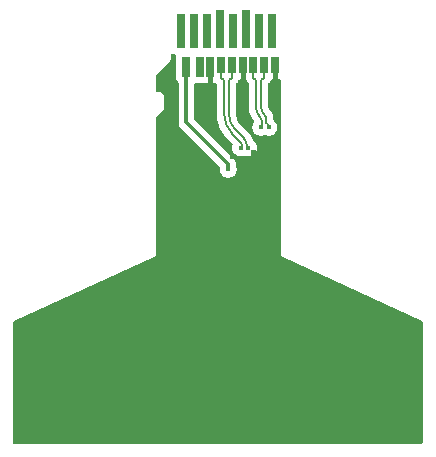
<source format=gbr>
%TF.GenerationSoftware,KiCad,Pcbnew,9.0.2*%
%TF.CreationDate,2025-07-29T12:02:09+08:00*%
%TF.ProjectId,MicroSD Express to FPC,4d696372-6f53-4442-9045-787072657373,rev?*%
%TF.SameCoordinates,Original*%
%TF.FileFunction,Copper,L1,Top*%
%TF.FilePolarity,Positive*%
%FSLAX46Y46*%
G04 Gerber Fmt 4.6, Leading zero omitted, Abs format (unit mm)*
G04 Created by KiCad (PCBNEW 9.0.2) date 2025-07-29 12:02:09*
%MOMM*%
%LPD*%
G01*
G04 APERTURE LIST*
%TA.AperFunction,SMDPad,CuDef*%
%ADD10R,0.800000X2.900000*%
%TD*%
%TA.AperFunction,SMDPad,CuDef*%
%ADD11R,0.800000X3.200000*%
%TD*%
%TA.AperFunction,SMDPad,CuDef*%
%ADD12R,0.760000X1.670000*%
%TD*%
%TA.AperFunction,SMDPad,CuDef*%
%ADD13R,0.760000X1.370000*%
%TD*%
%TA.AperFunction,ViaPad*%
%ADD14C,0.600000*%
%TD*%
%TA.AperFunction,ViaPad*%
%ADD15C,0.450000*%
%TD*%
%TA.AperFunction,Conductor*%
%ADD16C,0.205232*%
%TD*%
%TA.AperFunction,Conductor*%
%ADD17C,0.300000*%
%TD*%
%TA.AperFunction,Conductor*%
%ADD18C,0.400000*%
%TD*%
G04 APERTURE END LIST*
D10*
%TO.P,J1,1,~{CLKREQ}/DAT2*%
%TO.N,/CLKREQ*%
X137760000Y-80510000D03*
%TO.P,J1,2,~{PERST}/DAT3/CD*%
%TO.N,/PERST*%
X138860000Y-80510000D03*
%TO.P,J1,3,CMD*%
%TO.N,/CMD*%
X139960000Y-80510000D03*
D11*
%TO.P,J1,4,3V3*%
%TO.N,/3V3*%
X141060000Y-80360000D03*
D10*
%TO.P,J1,5,CLK*%
%TO.N,/CLK*%
X142160000Y-80510000D03*
D11*
%TO.P,J1,6,GND*%
%TO.N,GND*%
X143260000Y-80360000D03*
D10*
%TO.P,J1,7,REFCLK+/DAT0*%
%TO.N,/REFCLK+*%
X144360000Y-80510000D03*
%TO.P,J1,8,REFCLK-/DAT1*%
%TO.N,/REFCLK-*%
X145460000Y-80510000D03*
D12*
%TO.P,J1,9,1V8*%
%TO.N,/1V8*%
X138230000Y-83555000D03*
%TO.P,J1,10,GND*%
%TO.N,GND*%
X140270000Y-83555000D03*
D13*
%TO.P,J1,11,PCIe_TX+*%
%TO.N,/TX+*%
X141180000Y-83405000D03*
%TO.P,J1,12,PCIe_TX-*%
%TO.N,/TX-*%
X142090000Y-83405000D03*
%TO.P,J1,13,GND*%
%TO.N,GND*%
X143000000Y-83405000D03*
%TO.P,J1,14,PCIe_RX-*%
%TO.N,/RX-*%
X143910000Y-83405000D03*
%TO.P,J1,15,PCIe_RX+*%
%TO.N,/RX+*%
X144820000Y-83405000D03*
%TO.P,J1,16,GND*%
%TO.N,GND*%
X145730000Y-83405000D03*
D12*
%TO.P,J1,17,1V2*%
%TO.N,unconnected-(J1-1V2-Pad17)*%
X139360000Y-83555000D03*
%TD*%
D14*
%TO.N,GND*%
X140270000Y-85250000D03*
D15*
%TO.N,/TX+*%
X142833400Y-90380000D03*
%TO.N,/TX-*%
X143486600Y-90380000D03*
D14*
%TO.N,/3V3*%
X141060000Y-81260000D03*
X141060000Y-80360000D03*
%TO.N,/PERST*%
X138860000Y-80510000D03*
%TO.N,/CLKREQ*%
X137760000Y-80510000D03*
%TO.N,/CMD*%
X139960000Y-80510000D03*
D15*
%TO.N,/RX+*%
X145203200Y-88640000D03*
D14*
%TO.N,/CLK*%
X142160000Y-80510000D03*
D15*
%TO.N,/1V8*%
X141785000Y-92190000D03*
D14*
%TO.N,GND*%
X136810000Y-83960000D03*
D15*
X142100000Y-91120000D03*
X145940000Y-89430000D03*
X143460000Y-88590000D03*
D14*
X136110000Y-85060000D03*
D15*
X145810000Y-86960000D03*
D14*
X143000000Y-83405000D03*
X144002007Y-90853667D03*
X143260000Y-80360000D03*
X145730000Y-83405000D03*
D15*
X145970000Y-91900000D03*
D14*
X140150000Y-92050000D03*
D15*
%TO.N,/RX-*%
X144550000Y-88640000D03*
%TO.N,/REFCLK+*%
X144360000Y-80510000D03*
%TO.N,/REFCLK-*%
X145460000Y-80510000D03*
%TD*%
D16*
%TO.N,/TX-*%
X142090000Y-84432501D02*
X142090000Y-83405000D01*
X141839216Y-84683285D02*
X142090000Y-84432501D01*
X141839216Y-87481983D02*
X141839216Y-84683285D01*
X143364217Y-90257617D02*
X143364217Y-90211696D01*
X143486600Y-90380000D02*
X143364217Y-90257617D01*
X143098143Y-89569337D02*
X142425002Y-88896196D01*
X143364217Y-90211696D02*
G75*
G03*
X143098138Y-89569342I-908417J-4D01*
G01*
X142425002Y-88896196D02*
G75*
G02*
X141839223Y-87481983I1414198J1414196D01*
G01*
%TO.N,/RX+*%
X145136600Y-88640000D02*
X145120000Y-88623400D01*
X144569216Y-84683285D02*
X144820000Y-84432501D01*
X145120000Y-88410000D02*
X145014217Y-88304217D01*
X145014217Y-88304217D02*
X145014217Y-88071696D01*
X144748143Y-87429337D02*
X144715662Y-87396856D01*
X144820000Y-84432501D02*
X144820000Y-83405000D01*
X145120000Y-88623400D02*
X145120000Y-88410000D01*
X144569216Y-87043303D02*
X144569216Y-84683285D01*
X145014217Y-88071696D02*
G75*
G03*
X144748138Y-87429342I-908417J-4D01*
G01*
X144715662Y-87396856D02*
G75*
G02*
X144569209Y-87043303I353538J353556D01*
G01*
D17*
%TO.N,/1V8*%
X141785000Y-91785000D02*
X138230000Y-88230000D01*
X138230000Y-88230000D02*
X138230000Y-83555000D01*
X141785000Y-92190000D02*
X141785000Y-91785000D01*
D18*
%TO.N,GND*%
X143000000Y-83402500D02*
X143000000Y-85337500D01*
X145730000Y-83405000D02*
X145730000Y-84910000D01*
D16*
%TO.N,/RX-*%
X143910000Y-84432501D02*
X143910000Y-83405000D01*
X144605783Y-88517617D02*
X144605783Y-88071696D01*
X144160784Y-84683285D02*
X143910000Y-84432501D01*
X144459336Y-87718142D02*
X144426857Y-87685663D01*
X144483400Y-88640000D02*
X144605783Y-88517617D01*
X144160784Y-87043305D02*
X144160784Y-84683285D01*
X144605783Y-88071696D02*
G75*
G03*
X144459330Y-87718148I-499983J-4D01*
G01*
X144426857Y-87685663D02*
G75*
G02*
X144160776Y-87043305I642343J642363D01*
G01*
%TO.N,/TX+*%
X141430784Y-84683285D02*
X141180000Y-84432501D01*
X141430784Y-87481985D02*
X141430784Y-84683285D01*
X142809336Y-89858142D02*
X142136197Y-89185003D01*
X142955783Y-90211696D02*
G75*
G03*
X142809330Y-89858148I-499983J-4D01*
G01*
X142833400Y-90380000D02*
X142955783Y-90257617D01*
X141430784Y-87481985D02*
G75*
G03*
X142136193Y-89185007I2408416J-15D01*
G01*
X141180000Y-84432501D02*
X141180000Y-83405000D01*
X142955783Y-90257617D02*
X142955783Y-90211696D01*
D18*
%TO.N,GND*%
X140270000Y-85250000D02*
X140270000Y-85520000D01*
X140270000Y-83555000D02*
X140270000Y-85250000D01*
%TD*%
%TA.AperFunction,Conductor*%
%TO.N,GND*%
G36*
X137098853Y-82401504D02*
G01*
X137102147Y-82401031D01*
X137121227Y-82405900D01*
X137125482Y-82406737D01*
X137126663Y-82407150D01*
X137252517Y-82454091D01*
X137264340Y-82455362D01*
X137277839Y-82460089D01*
X137334605Y-82500824D01*
X137360338Y-82565783D01*
X137357536Y-82605626D01*
X137355909Y-82612513D01*
X137349501Y-82672116D01*
X137349500Y-82672135D01*
X137349500Y-84437870D01*
X137349501Y-84437876D01*
X137355908Y-84497483D01*
X137406202Y-84632328D01*
X137406203Y-84632329D01*
X137406204Y-84632331D01*
X137492454Y-84747546D01*
X137529810Y-84775510D01*
X137571682Y-84831443D01*
X137579500Y-84874777D01*
X137579500Y-88294071D01*
X137603915Y-88416807D01*
X137603916Y-88416823D01*
X137603918Y-88416823D01*
X137604498Y-88419742D01*
X137625204Y-88469729D01*
X137653535Y-88538127D01*
X137724723Y-88644669D01*
X137724726Y-88644673D01*
X137724727Y-88644674D01*
X141035711Y-91955656D01*
X141069196Y-92016979D01*
X141069648Y-92067527D01*
X141059500Y-92118545D01*
X141059500Y-92261455D01*
X141059500Y-92261457D01*
X141059499Y-92261457D01*
X141087379Y-92401614D01*
X141087381Y-92401620D01*
X141142069Y-92533650D01*
X141142074Y-92533659D01*
X141221467Y-92652478D01*
X141221470Y-92652482D01*
X141322517Y-92753529D01*
X141322521Y-92753532D01*
X141441340Y-92832925D01*
X141441346Y-92832928D01*
X141441347Y-92832929D01*
X141573380Y-92887619D01*
X141573384Y-92887619D01*
X141573385Y-92887620D01*
X141713542Y-92915500D01*
X141713545Y-92915500D01*
X141856457Y-92915500D01*
X141950751Y-92896742D01*
X141996620Y-92887619D01*
X142128653Y-92832929D01*
X142247479Y-92753532D01*
X142348532Y-92652479D01*
X142427929Y-92533653D01*
X142482619Y-92401620D01*
X142510500Y-92261455D01*
X142510500Y-92118545D01*
X142510500Y-92118542D01*
X142482620Y-91978385D01*
X142482619Y-91978384D01*
X142482619Y-91978380D01*
X142482617Y-91978375D01*
X142444939Y-91887410D01*
X142435500Y-91839958D01*
X142435500Y-91720928D01*
X142410502Y-91595261D01*
X142410501Y-91595260D01*
X142410501Y-91595256D01*
X142361465Y-91476873D01*
X142361464Y-91476872D01*
X142361461Y-91476866D01*
X142290277Y-91370332D01*
X142290276Y-91370331D01*
X142199669Y-91279724D01*
X138916819Y-87996873D01*
X138883334Y-87935550D01*
X138880500Y-87909192D01*
X138880500Y-85014499D01*
X138900185Y-84947460D01*
X138952989Y-84901705D01*
X139004495Y-84890499D01*
X139787872Y-84890499D01*
X139804096Y-84888755D01*
X139830604Y-84888755D01*
X139842177Y-84889999D01*
X139842178Y-84890000D01*
X140701149Y-84890000D01*
X140701149Y-84891015D01*
X140765029Y-84906111D01*
X140813544Y-84956391D01*
X140827668Y-85013865D01*
X140827668Y-87568942D01*
X140827674Y-87569039D01*
X140827674Y-87629929D01*
X140835884Y-87713287D01*
X140856673Y-87924387D01*
X140856673Y-87924390D01*
X140914398Y-88214605D01*
X141000293Y-88497767D01*
X141113524Y-88771131D01*
X141113531Y-88771145D01*
X141253010Y-89032095D01*
X141417404Y-89278128D01*
X141605119Y-89506860D01*
X141649243Y-89550983D01*
X141649262Y-89551004D01*
X142115521Y-90017262D01*
X142149006Y-90078585D01*
X142144022Y-90148276D01*
X142142404Y-90152389D01*
X142135781Y-90168380D01*
X142135779Y-90168386D01*
X142107900Y-90308542D01*
X142107900Y-90308545D01*
X142107900Y-90451455D01*
X142107900Y-90451457D01*
X142107899Y-90451457D01*
X142135779Y-90591614D01*
X142135781Y-90591620D01*
X142190469Y-90723650D01*
X142190474Y-90723659D01*
X142269867Y-90842478D01*
X142269870Y-90842482D01*
X142370917Y-90943529D01*
X142370921Y-90943532D01*
X142489740Y-91022925D01*
X142489749Y-91022930D01*
X142519658Y-91035318D01*
X142621780Y-91077619D01*
X142621784Y-91077619D01*
X142621785Y-91077620D01*
X142761942Y-91105500D01*
X142761945Y-91105500D01*
X142904857Y-91105500D01*
X142999151Y-91086742D01*
X143045020Y-91077619D01*
X143112547Y-91049647D01*
X143182015Y-91042178D01*
X143207450Y-91049647D01*
X143237513Y-91062099D01*
X143274974Y-91077617D01*
X143274977Y-91077617D01*
X143274980Y-91077619D01*
X143274984Y-91077619D01*
X143274985Y-91077620D01*
X143415142Y-91105500D01*
X143415145Y-91105500D01*
X143558057Y-91105500D01*
X143652351Y-91086742D01*
X143698220Y-91077619D01*
X143830253Y-91022929D01*
X143949079Y-90943532D01*
X144050132Y-90842479D01*
X144129529Y-90723653D01*
X144184219Y-90591620D01*
X144212100Y-90451455D01*
X144212100Y-90308545D01*
X144212100Y-90308542D01*
X144184220Y-90168385D01*
X144184219Y-90168384D01*
X144184219Y-90168380D01*
X144129529Y-90036347D01*
X144129528Y-90036346D01*
X144129525Y-90036340D01*
X144050132Y-89917521D01*
X144050129Y-89917517D01*
X143949082Y-89816470D01*
X143949077Y-89816466D01*
X143946079Y-89814463D01*
X143944862Y-89813007D01*
X143944371Y-89812604D01*
X143944447Y-89812510D01*
X143901273Y-89760852D01*
X143895193Y-89743452D01*
X143890190Y-89724781D01*
X143890189Y-89724776D01*
X143814360Y-89541714D01*
X143814354Y-89541705D01*
X143814353Y-89541701D01*
X143715293Y-89370129D01*
X143715282Y-89370112D01*
X143690347Y-89337617D01*
X143594660Y-89212917D01*
X143594658Y-89212915D01*
X143594655Y-89212911D01*
X143524605Y-89142864D01*
X142854351Y-88472610D01*
X142848804Y-88466688D01*
X142736353Y-88338462D01*
X142726479Y-88325594D01*
X142633998Y-88187186D01*
X142625888Y-88173138D01*
X142552262Y-88023838D01*
X142546054Y-88008852D01*
X142533757Y-87972626D01*
X142503974Y-87884885D01*
X142492545Y-87851214D01*
X142488348Y-87835548D01*
X142465388Y-87720118D01*
X142455873Y-87672283D01*
X142453758Y-87656224D01*
X142442596Y-87485903D01*
X142442332Y-87477805D01*
X142442333Y-87408757D01*
X142442332Y-87408752D01*
X142442332Y-84984466D01*
X142462017Y-84917427D01*
X142478651Y-84896785D01*
X142500659Y-84874777D01*
X142572613Y-84802823D01*
X142652014Y-84665295D01*
X142652014Y-84665293D01*
X142656077Y-84658257D01*
X142657510Y-84659084D01*
X142695332Y-84612147D01*
X142761625Y-84590079D01*
X142766056Y-84590000D01*
X143233944Y-84590000D01*
X143300983Y-84609685D01*
X143343355Y-84658584D01*
X143343923Y-84658257D01*
X143345624Y-84661203D01*
X143346738Y-84662489D01*
X143347878Y-84665107D01*
X143347985Y-84665293D01*
X143347986Y-84665295D01*
X143395473Y-84747546D01*
X143427386Y-84802821D01*
X143427388Y-84802824D01*
X143521349Y-84896785D01*
X143554834Y-84958108D01*
X143557668Y-84984466D01*
X143557668Y-86970072D01*
X143557667Y-86970077D01*
X143557667Y-86985894D01*
X143557667Y-86991941D01*
X143557659Y-86991968D01*
X143557660Y-87142381D01*
X143577190Y-87290710D01*
X143583526Y-87338831D01*
X143634811Y-87530225D01*
X143710640Y-87713287D01*
X143710641Y-87713288D01*
X143710646Y-87713299D01*
X143809706Y-87884871D01*
X143809712Y-87884880D01*
X143809715Y-87884885D01*
X143930341Y-88042083D01*
X143946275Y-88058017D01*
X143979762Y-88119339D01*
X143974779Y-88189030D01*
X143961698Y-88214591D01*
X143907074Y-88296340D01*
X143907069Y-88296349D01*
X143852381Y-88428379D01*
X143852379Y-88428385D01*
X143824500Y-88568542D01*
X143824500Y-88568545D01*
X143824500Y-88711455D01*
X143824500Y-88711457D01*
X143824499Y-88711457D01*
X143852379Y-88851614D01*
X143852381Y-88851620D01*
X143907069Y-88983650D01*
X143907074Y-88983659D01*
X143986467Y-89102478D01*
X143986470Y-89102482D01*
X144087517Y-89203529D01*
X144087521Y-89203532D01*
X144206340Y-89282925D01*
X144206349Y-89282930D01*
X144236258Y-89295318D01*
X144338380Y-89337619D01*
X144338384Y-89337619D01*
X144338385Y-89337620D01*
X144478542Y-89365500D01*
X144478545Y-89365500D01*
X144621457Y-89365500D01*
X144715751Y-89346742D01*
X144761620Y-89337619D01*
X144829147Y-89309647D01*
X144898615Y-89302178D01*
X144924050Y-89309647D01*
X144954113Y-89322099D01*
X144991574Y-89337617D01*
X144991577Y-89337617D01*
X144991580Y-89337619D01*
X144991584Y-89337619D01*
X144991585Y-89337620D01*
X145131742Y-89365500D01*
X145131745Y-89365500D01*
X145274657Y-89365500D01*
X145368951Y-89346742D01*
X145414820Y-89337619D01*
X145546853Y-89282929D01*
X145665679Y-89203532D01*
X145766732Y-89102479D01*
X145846129Y-88983653D01*
X145900819Y-88851620D01*
X145928700Y-88711455D01*
X145928700Y-88568545D01*
X145928700Y-88568542D01*
X145900820Y-88428385D01*
X145900819Y-88428384D01*
X145900819Y-88428380D01*
X145846129Y-88296347D01*
X145846128Y-88296346D01*
X145846125Y-88296340D01*
X145766732Y-88177521D01*
X145766729Y-88177517D01*
X145665683Y-88076471D01*
X145662672Y-88074000D01*
X145661518Y-88072306D01*
X145661372Y-88072160D01*
X145661399Y-88072132D01*
X145623339Y-88016253D01*
X145617339Y-87978148D01*
X145617339Y-87972626D01*
X145617338Y-87972612D01*
X145612458Y-87935550D01*
X145591475Y-87776170D01*
X145540189Y-87584776D01*
X145464360Y-87401714D01*
X145464354Y-87401705D01*
X145464353Y-87401701D01*
X145365293Y-87230129D01*
X145365282Y-87230112D01*
X145244665Y-87072923D01*
X145244658Y-87072915D01*
X145208651Y-87036908D01*
X145175166Y-86975585D01*
X145172332Y-86949227D01*
X145172332Y-84984466D01*
X145192017Y-84917427D01*
X145208651Y-84896785D01*
X145230659Y-84874777D01*
X145302613Y-84802823D01*
X145382014Y-84665295D01*
X145382014Y-84665293D01*
X145386077Y-84658257D01*
X145387510Y-84659084D01*
X145425332Y-84612147D01*
X145491625Y-84590079D01*
X145496056Y-84590000D01*
X146135500Y-84590000D01*
X146202539Y-84609685D01*
X146248294Y-84662489D01*
X146259500Y-84714000D01*
X146259500Y-92920118D01*
X146259500Y-99412153D01*
X146258125Y-99448193D01*
X146259500Y-99451907D01*
X146259500Y-99455867D01*
X146272405Y-99487024D01*
X146274115Y-99491387D01*
X146285815Y-99522993D01*
X146289074Y-99528298D01*
X146289569Y-99529104D01*
X146313833Y-99553368D01*
X146317112Y-99556774D01*
X146340027Y-99581507D01*
X146340029Y-99581507D01*
X146345083Y-99585171D01*
X146345084Y-99585172D01*
X146345836Y-99585717D01*
X146377546Y-99598851D01*
X146381879Y-99600743D01*
X158226116Y-105044778D01*
X158278809Y-105090661D01*
X158298330Y-105157748D01*
X158298328Y-105158142D01*
X158241314Y-115316196D01*
X158221254Y-115383124D01*
X158168194Y-115428582D01*
X158117316Y-115439500D01*
X123666403Y-115439500D01*
X123599364Y-115419815D01*
X123553609Y-115367011D01*
X123542405Y-115314775D01*
X123601800Y-105157938D01*
X123621876Y-105091019D01*
X123674071Y-105045972D01*
X135540199Y-99599785D01*
X135573574Y-99585961D01*
X135576332Y-99583201D01*
X135579879Y-99581574D01*
X135579880Y-99581572D01*
X135579882Y-99581572D01*
X135602882Y-99556774D01*
X135606059Y-99553474D01*
X135629976Y-99529559D01*
X135629978Y-99529552D01*
X135633390Y-99524446D01*
X135633391Y-99524445D01*
X135633404Y-99524425D01*
X135633909Y-99523668D01*
X135634122Y-99523092D01*
X135634124Y-99523091D01*
X135646683Y-99489222D01*
X135660500Y-99455867D01*
X135660500Y-99451965D01*
X135661858Y-99448304D01*
X135660587Y-99414537D01*
X135660500Y-99409875D01*
X135660500Y-92999884D01*
X135660501Y-92999882D01*
X135660500Y-87894410D01*
X135680185Y-87827372D01*
X135696819Y-87806730D01*
X135934607Y-87568942D01*
X136212818Y-87290732D01*
X136212818Y-87290730D01*
X136222406Y-87281143D01*
X136222451Y-87281085D01*
X136226428Y-87277110D01*
X136292148Y-87178761D01*
X136337418Y-87069479D01*
X136360498Y-86953466D01*
X136360498Y-86934200D01*
X136360500Y-86934197D01*
X136360500Y-86874437D01*
X136360501Y-86854441D01*
X136360500Y-86854438D01*
X136360500Y-86020118D01*
X136360500Y-86007273D01*
X136333207Y-85905413D01*
X136280480Y-85814087D01*
X136205913Y-85739520D01*
X136114587Y-85686793D01*
X136012727Y-85659500D01*
X136012726Y-85659500D01*
X135784500Y-85659500D01*
X135717461Y-85639815D01*
X135671706Y-85587011D01*
X135660500Y-85535500D01*
X135660500Y-84363819D01*
X135661560Y-84347643D01*
X135665169Y-84320238D01*
X135673543Y-84288985D01*
X135680985Y-84271022D01*
X135697165Y-84242998D01*
X135714048Y-84220997D01*
X135724728Y-84208820D01*
X135736067Y-84197483D01*
X135747130Y-84186421D01*
X135747130Y-84186420D01*
X135764563Y-84168989D01*
X135764568Y-84168980D01*
X136812818Y-83120732D01*
X136812818Y-83120730D01*
X136822406Y-83111143D01*
X136822451Y-83111085D01*
X136826428Y-83107110D01*
X136892148Y-83008761D01*
X136937418Y-82899479D01*
X136960498Y-82783466D01*
X136960498Y-82775941D01*
X136960498Y-82764199D01*
X136960500Y-82764197D01*
X136960500Y-82724307D01*
X136960501Y-82684441D01*
X136960500Y-82684438D01*
X136960500Y-82523769D01*
X136968806Y-82495481D01*
X136974492Y-82466549D01*
X136978539Y-82462335D01*
X136980185Y-82456730D01*
X137002464Y-82437424D01*
X137022891Y-82416157D01*
X137028574Y-82414800D01*
X137032989Y-82410975D01*
X137062171Y-82406779D01*
X137090850Y-82399932D01*
X137098853Y-82401504D01*
G37*
%TD.AperFunction*%
%TD*%
M02*

</source>
